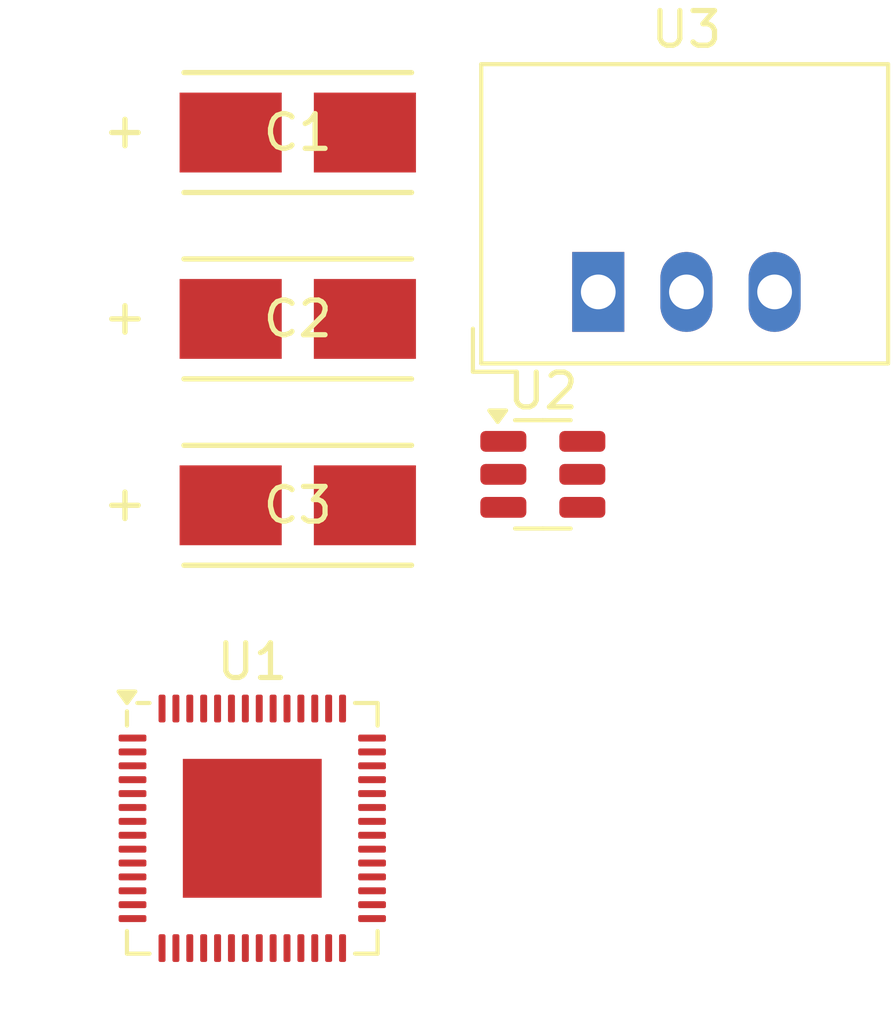
<source format=kicad_pcb>
(kicad_pcb (version 20240108) (generator "pcbnew") (generator_version "8.0")
  (layers (0 "F.Cu" signal) (31 "B.Cu" signal) (34 "B.Paste" user) (35 "F.Paste" user) (36 "B.SilkS" user "B.Silkscreen") (37 "F.SilkS" user "F.Silkscreen") (38 "B.Mask" user) (39 "F.Mask" user) (44 "Edge.Cuts" user))
  (net 0 "")
  (net 1 "Net-(U3-OUT)")
  (net 9 "Net-(U1-VDDA-Pad55)")
  (net 48 "Net-(U1-VDD3P3-Pad2)")
  (footprint "customfootprints:10uFtantcap" (layer "F.Cu") (at 34.264193 59.777591)
    (property "Reference" "C2" (at 0 0 0) (layer "F.SilkS"))
    (property "Value" "T491C106M025AT7280")
    (fp_line (start -4.977993 -0.381) (end -4.977993 0.381) (stroke (width 0.1524)) (layer "F.SilkS"))
    (fp_line (start -4.596993 0) (end -5.358993 0) (stroke (width 0.1524)) (layer "F.SilkS"))
    (fp_line (start -3.276994 1.726997) (end 3.276994 1.726997) (stroke (width 0.1524)) (layer "F.SilkS"))
    (fp_line (start 3.276994 -1.726997) (end -3.276994 -1.726997) (stroke (width 0.1524)) (layer "F.SilkS"))
    (pad "1" smd rect (at -1.933296 0 90) (size 2.299995 2.941396) (layers "F.Cu" "F.Paste" "F.Mask"))
    (pad "2" smd rect (at 1.933296 0 90) (size 2.299995 2.941396) (layers "F.Cu" "F.Paste" "F.Mask"))
  )
  (footprint "customfootprints:10uFtantcap" (layer "F.Cu") (at 34.264193 65.145985)
    (property "Reference" "C3" (at 0 0 0) (layer "F.SilkS"))
    (property "Value" "T491C106M025AT7280")
    (fp_line (start -4.977993 -0.381) (end -4.977993 0.381) (stroke (width 0.1524)) (layer "F.SilkS"))
    (fp_line (start -4.596993 0) (end -5.358993 0) (stroke (width 0.1524)) (layer "F.SilkS"))
    (fp_line (start -3.276994 1.726997) (end 3.276994 1.726997) (stroke (width 0.1524)) (layer "F.SilkS"))
    (fp_line (start 3.276994 -1.726997) (end -3.276994 -1.726997) (stroke (width 0.1524)) (layer "F.SilkS"))
    (pad "1" smd rect (at -1.933296 0 90) (size 2.299995 2.941396) (layers "F.Cu" "F.Paste" "F.Mask"))
    (pad "2" smd rect (at 1.933296 0 90) (size 2.299995 2.941396) (layers "F.Cu" "F.Paste" "F.Mask"))
  )
  (footprint "Converter_DCDC:Converter_DCDC_RECOM_R-78E-0.5_THT" (layer "F.Cu") (at 42.92 59)
    (property "Reference" "U3" (at 2.54 -7.56 0) (layer "F.SilkS"))
    (property "Value" "R-78E3.3-1.0")
    (fp_line (start -3.611 1.06) (end -3.611 2.3) (stroke (width 0.12)) (layer "F.SilkS"))
    (fp_line (start -3.611 2.3) (end -2.371 2.3) (stroke (width 0.12)) (layer "F.SilkS"))
    (fp_line (start -3.371 -6.56) (end -3.371 2.06) (stroke (width 0.12)) (layer "F.SilkS"))
    (fp_line (start -3.371 -6.56) (end 8.35 -6.56) (stroke (width 0.12)) (layer "F.SilkS"))
    (fp_line (start -3.371 2.06) (end 8.35 2.06) (stroke (width 0.12)) (layer "F.SilkS"))
    (fp_line (start 8.35 -6.56) (end 8.35 2.06) (stroke (width 0.12)) (layer "F.SilkS"))
    (pad "1" thru_hole rect (at 0 0) (size 1.5 2.3) (drill 1) (layers "*.Cu" "*.Mask"))
    (pad "2" thru_hole oval (at 2.54 0) (size 1.5 2.3) (drill 1) (layers "*.Cu" "*.Mask"))
    (pad "3" thru_hole oval (at 5.08 0) (size 1.5 2.3) (drill 1) (layers "*.Cu" "*.Mask") (net 1 "Net-(U3-OUT)"))
  )
  (footprint "customfootprints:10uFtantcap" (layer "F.Cu") (at 34.264193 54.409197)
    (property "Reference" "C1" (at 0 0 0) (layer "F.SilkS"))
    (property "Value" "T491C106M025AT7280")
    (fp_line (start -4.977993 -0.381) (end -4.977993 0.381) (stroke (width 0.1524)) (layer "F.SilkS"))
    (fp_line (start -4.596993 0) (end -5.358993 0) (stroke (width 0.1524)) (layer "F.SilkS"))
    (fp_line (start -3.276994 1.726997) (end 3.276994 1.726997) (stroke (width 0.1524)) (layer "F.SilkS"))
    (fp_line (start 3.276994 -1.726997) (end -3.276994 -1.726997) (stroke (width 0.1524)) (layer "F.SilkS"))
    (pad "1" smd rect (at -1.933296 0 90) (size 2.299995 2.941396) (layers "F.Cu" "F.Paste" "F.Mask") (net 1 "Net-(U3-OUT)"))
    (pad "2" smd rect (at 1.933296 0 90) (size 2.299995 2.941396) (layers "F.Cu" "F.Paste" "F.Mask"))
  )
  (footprint "Package_TO_SOT_SMD:SOT-23-6" (layer "F.Cu") (at 41.324 64.255)
    (property "Reference" "U2" (at 0 -2.4 0) (layer "F.SilkS"))
    (property "Value" "AAT1217IGU-3.3")
    (fp_line (start 0 -1.56) (end -0.8 -1.56) (stroke (width 0.12)) (layer "F.SilkS"))
    (fp_line (start 0 -1.56) (end 0.8 -1.56) (stroke (width 0.12)) (layer "F.SilkS"))
    (fp_line (start 0 1.56) (end -0.8 1.56) (stroke (width 0.12)) (layer "F.SilkS"))
    (fp_line (start 0 1.56) (end 0.8 1.56) (stroke (width 0.12)) (layer "F.SilkS"))
    (fp_poly (pts (xy -1.3 -1.51) (xy -1.54 -1.84) (xy -1.06 -1.84) (xy -1.3 -1.51)) (stroke (width 0.12)) (fill solid) (layer "F.SilkS"))
    (pad "1" smd roundrect (at -1.1375 -0.95) (size 1.325 0.6) (layers "F.Cu" "F.Paste" "F.Mask"))
    (pad "2" smd roundrect (at -1.1375 0) (size 1.325 0.6) (layers "F.Cu" "F.Paste" "F.Mask"))
    (pad "3" smd roundrect (at -1.1375 0.95) (size 1.325 0.6) (layers "F.Cu" "F.Paste" "F.Mask"))
    (pad "4" smd roundrect (at 1.1375 0.95) (size 1.325 0.6) (layers "F.Cu" "F.Paste" "F.Mask"))
    (pad "5" smd roundrect (at 1.1375 0) (size 1.325 0.6) (layers "F.Cu" "F.Paste" "F.Mask"))
    (pad "6" smd roundrect (at 1.1375 -0.95) (size 1.325 0.6) (layers "F.Cu" "F.Paste" "F.Mask"))
  )
  (footprint "Package_DFN_QFN:QFN-56-1EP_7x7mm_P0.4mm_EP4x4mm" (layer "F.Cu") (at 32.954 74.45)
    (property "Reference" "U1" (at 0 -4.8 0) (layer "F.SilkS"))
    (property "Value" "ESP32-S3")
    (fp_line (start -3.61 -2.96) (end -3.61 -3.37) (stroke (width 0.12)) (layer "F.SilkS"))
    (fp_line (start -3.61 3.61) (end -3.61 2.96) (stroke (width 0.12)) (layer "F.SilkS"))
    (fp_line (start -2.96 -3.61) (end -3.31 -3.61) (stroke (width 0.12)) (layer "F.SilkS"))
    (fp_line (start -2.96 3.61) (end -3.61 3.61) (stroke (width 0.12)) (layer "F.SilkS"))
    (fp_line (start 2.96 -3.61) (end 3.61 -3.61) (stroke (width 0.12)) (layer "F.SilkS"))
    (fp_line (start 2.96 3.61) (end 3.61 3.61) (stroke (width 0.12)) (layer "F.SilkS"))
    (fp_line (start 3.61 -3.61) (end 3.61 -2.96) (stroke (width 0.12)) (layer "F.SilkS"))
    (fp_line (start 3.61 3.61) (end 3.61 2.96) (stroke (width 0.12)) (layer "F.SilkS"))
    (fp_poly (pts (xy -3.61 -3.61) (xy -3.85 -3.94) (xy -3.37 -3.94) (xy -3.61 -3.61)) (stroke (width 0.12)) (fill solid) (layer "F.SilkS"))
    (pad "1" smd roundrect (at -3.45 -2.6) (size 0.8 0.2) (layers "F.Cu" "F.Paste" "F.Mask"))
    (pad "2" smd roundrect (at -3.45 -2.2) (size 0.8 0.2) (layers "F.Cu" "F.Paste" "F.Mask") (net 48 "Net-(U1-VDD3P3-Pad2)"))
    (pad "3" smd roundrect (at -3.45 -1.8) (size 0.8 0.2) (layers "F.Cu" "F.Paste" "F.Mask") (net 48 "Net-(U1-VDD3P3-Pad2)"))
    (pad "4" smd roundrect (at -3.45 -1.4) (size 0.8 0.2) (layers "F.Cu" "F.Paste" "F.Mask"))
    (pad "5" smd roundrect (at -3.45 -1) (size 0.8 0.2) (layers "F.Cu" "F.Paste" "F.Mask"))
    (pad "6" smd roundrect (at -3.45 -0.6) (size 0.8 0.2) (layers "F.Cu" "F.Paste" "F.Mask"))
    (pad "7" smd roundrect (at -3.45 -0.2) (size 0.8 0.2) (layers "F.Cu" "F.Paste" "F.Mask"))
    (pad "8" smd roundrect (at -3.45 0.2) (size 0.8 0.2) (layers "F.Cu" "F.Paste" "F.Mask"))
    (pad "9" smd roundrect (at -3.45 0.6) (size 0.8 0.2) (layers "F.Cu" "F.Paste" "F.Mask"))
    (pad "10" smd roundrect (at -3.45 1) (size 0.8 0.2) (layers "F.Cu" "F.Paste" "F.Mask"))
    (pad "11" smd roundrect (at -3.45 1.4) (size 0.8 0.2) (layers "F.Cu" "F.Paste" "F.Mask"))
    (pad "12" smd roundrect (at -3.45 1.8) (size 0.8 0.2) (layers "F.Cu" "F.Paste" "F.Mask"))
    (pad "13" smd roundrect (at -3.45 2.2) (size 0.8 0.2) (layers "F.Cu" "F.Paste" "F.Mask"))
    (pad "14" smd roundrect (at -3.45 2.6) (size 0.8 0.2) (layers "F.Cu" "F.Paste" "F.Mask"))
    (pad "15" smd roundrect (at -2.6 3.45) (size 0.2 0.8) (layers "F.Cu" "F.Paste" "F.Mask"))
    (pad "16" smd roundrect (at -2.2 3.45) (size 0.2 0.8) (layers "F.Cu" "F.Paste" "F.Mask"))
    (pad "17" smd roundrect (at -1.8 3.45) (size 0.2 0.8) (layers "F.Cu" "F.Paste" "F.Mask"))
    (pad "18" smd roundrect (at -1.4 3.45) (size 0.2 0.8) (layers "F.Cu" "F.Paste" "F.Mask"))
    (pad "19" smd roundrect (at -1 3.45) (size 0.2 0.8) (layers "F.Cu" "F.Paste" "F.Mask"))
    (pad "20" smd roundrect (at -0.6 3.45) (size 0.2 0.8) (layers "F.Cu" "F.Paste" "F.Mask"))
    (pad "21" smd roundrect (at -0.2 3.45) (size 0.2 0.8) (layers "F.Cu" "F.Paste" "F.Mask"))
    (pad "22" smd roundrect (at 0.2 3.45) (size 0.2 0.8) (layers "F.Cu" "F.Paste" "F.Mask"))
    (pad "23" smd roundrect (at 0.6 3.45) (size 0.2 0.8) (layers "F.Cu" "F.Paste" "F.Mask"))
    (pad "24" smd roundrect (at 1 3.45) (size 0.2 0.8) (layers "F.Cu" "F.Paste" "F.Mask"))
    (pad "25" smd roundrect (at 1.4 3.45) (size 0.2 0.8) (layers "F.Cu" "F.Paste" "F.Mask"))
    (pad "26" smd roundrect (at 1.8 3.45) (size 0.2 0.8) (layers "F.Cu" "F.Paste" "F.Mask"))
    (pad "27" smd roundrect (at 2.2 3.45) (size 0.2 0.8) (layers "F.Cu" "F.Paste" "F.Mask"))
    (pad "28" smd roundrect (at 2.6 3.45) (size 0.2 0.8) (layers "F.Cu" "F.Paste" "F.Mask"))
    (pad "29" smd roundrect (at 3.45 2.6) (size 0.8 0.2) (layers "F.Cu" "F.Paste" "F.Mask"))
    (pad "30" smd roundrect (at 3.45 2.2) (size 0.8 0.2) (layers "F.Cu" "F.Paste" "F.Mask"))
    (pad "31" smd roundrect (at 3.45 1.8) (size 0.8 0.2) (layers "F.Cu" "F.Paste" "F.Mask"))
    (pad "32" smd roundrect (at 3.45 1.4) (size 0.8 0.2) (layers "F.Cu" "F.Paste" "F.Mask"))
    (pad "33" smd roundrect (at 3.45 1) (size 0.8 0.2) (layers "F.Cu" "F.Paste" "F.Mask"))
    (pad "34" smd roundrect (at 3.45 0.6) (size 0.8 0.2) (layers "F.Cu" "F.Paste" "F.Mask"))
    (pad "35" smd roundrect (at 3.45 0.2) (size 0.8 0.2) (layers "F.Cu" "F.Paste" "F.Mask"))
    (pad "36" smd roundrect (at 3.45 -0.2) (size 0.8 0.2) (layers "F.Cu" "F.Paste" "F.Mask"))
    (pad "37" smd roundrect (at 3.45 -0.6) (size 0.8 0.2) (layers "F.Cu" "F.Paste" "F.Mask"))
    (pad "38" smd roundrect (at 3.45 -1) (size 0.8 0.2) (layers "F.Cu" "F.Paste" "F.Mask"))
    (pad "39" smd roundrect (at 3.45 -1.4) (size 0.8 0.2) (layers "F.Cu" "F.Paste" "F.Mask"))
    (pad "40" smd roundrect (at 3.45 -1.8) (size 0.8 0.2) (layers "F.Cu" "F.Paste" "F.Mask"))
    (pad "41" smd roundrect (at 3.45 -2.2) (size 0.8 0.2) (layers "F.Cu" "F.Paste" "F.Mask"))
    (pad "42" smd roundrect (at 3.45 -2.6) (size 0.8 0.2) (layers "F.Cu" "F.Paste" "F.Mask"))
    (pad "43" smd roundrect (at 2.6 -3.45) (size 0.2 0.8) (layers "F.Cu" "F.Paste" "F.Mask"))
    (pad "44" smd roundrect (at 2.2 -3.45) (size 0.2 0.8) (layers "F.Cu" "F.Paste" "F.Mask"))
    (pad "45" smd roundrect (at 1.8 -3.45) (size 0.2 0.8) (layers "F.Cu" "F.Paste" "F.Mask"))
    (pad "46" smd roundrect (at 1.4 -3.45) (size 0.2 0.8) (layers "F.Cu" "F.Paste" "F.Mask"))
    (pad "47" smd roundrect (at 1 -3.45) (size 0.2 0.8) (layers "F.Cu" "F.Paste" "F.Mask"))
    (pad "48" smd roundrect (at 0.6 -3.45) (size 0.2 0.8) (layers "F.Cu" "F.Paste" "F.Mask"))
    (pad "49" smd roundrect (at 0.2 -3.45) (size 0.2 0.8) (layers "F.Cu" "F.Paste" "F.Mask"))
    (pad "50" smd roundrect (at -0.2 -3.45) (size 0.2 0.8) (layers "F.Cu" "F.Paste" "F.Mask"))
    (pad "51" smd roundrect (at -0.6 -3.45) (size 0.2 0.8) (layers "F.Cu" "F.Paste" "F.Mask"))
    (pad "52" smd roundrect (at -1 -3.45) (size 0.2 0.8) (layers "F.Cu" "F.Paste" "F.Mask"))
    (pad "53" smd roundrect (at -1.4 -3.45) (size 0.2 0.8) (layers "F.Cu" "F.Paste" "F.Mask"))
    (pad "54" smd roundrect (at -1.8 -3.45) (size 0.2 0.8) (layers "F.Cu" "F.Paste" "F.Mask"))
    (pad "55" smd roundrect (at -2.2 -3.45) (size 0.2 0.8) (layers "F.Cu" "F.Paste" "F.Mask") (net 9 "Net-(U1-VDDA-Pad55)"))
    (pad "56" smd roundrect (at -2.6 -3.45) (size 0.2 0.8) (layers "F.Cu" "F.Paste" "F.Mask") (net 9 "Net-(U1-VDDA-Pad55)"))
    (pad "57" smd rect (at 0 0) (size 4 4) (property pad_prop_heatsink) (layers "F.Cu" "F.Mask"))
  )
)
</source>
